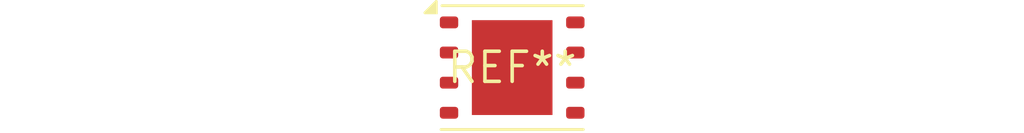
<source format=kicad_pcb>
(kicad_pcb (version 20240108) (generator pcbnew)
  (layers (0 "F.Cu" signal) (31 "B.Cu" signal) (34 "B.Paste" user) (35 "F.Paste" user) (36 "B.SilkS" user "B.Silkscreen") (37 "F.SilkS" user "F.Silkscreen") (38 "B.Mask" user) (39 "F.Mask" user) (44 "Edge.Cuts" user))
  (net 0 "")
  (footprint "WSON-8-1EP_6x5mm_P1.27mm_EP3.4x4mm" (layer "F.Cu") (at 0 0)
    (property "Reference" "REF**")
    (property "Value" "WSON-8-1EP_6x5mm_P1.27mm_EP3.4x4mm")
    (fp_line (start -3 2.61) (end 3 2.61) (layer "F.SilkS") (stroke (width 0.12)))
    (fp_line (start -2.96 -2.61) (end 3 -2.61) (layer "F.SilkS") (stroke (width 0.12)))
    (fp_poly (pts (xy -3.2 -2.31) (xy -3.68 -2.31) (xy -3.2 -2.79) (xy -3.2 -2.31)) (layer "F.SilkS") (stroke (width 0.12)) (fill solid))
    (pad "1" smd roundrect (at -2.6625 -1.905) (size 0.775 0.5) (layers "F.Cu" "F.Paste" "F.Mask"))
    (pad "2" smd roundrect (at -2.6625 -0.635) (size 0.775 0.5) (layers "F.Cu" "F.Paste" "F.Mask"))
    (pad "3" smd roundrect (at -2.6625 0.635) (size 0.775 0.5) (layers "F.Cu" "F.Paste" "F.Mask"))
    (pad "4" smd roundrect (at -2.6625 1.905) (size 0.775 0.5) (layers "F.Cu" "F.Paste" "F.Mask"))
    (pad "5" smd roundrect (at 2.6625 1.905) (size 0.775 0.5) (layers "F.Cu" "F.Paste" "F.Mask"))
    (pad "6" smd roundrect (at 2.6625 0.635) (size 0.775 0.5) (layers "F.Cu" "F.Paste" "F.Mask"))
    (pad "7" smd roundrect (at 2.6625 -0.635) (size 0.775 0.5) (layers "F.Cu" "F.Paste" "F.Mask"))
    (pad "8" smd roundrect (at 2.6625 -1.905) (size 0.775 0.5) (layers "F.Cu" "F.Paste" "F.Mask"))
    (pad "9" smd rect (at 0 0) (size 3.4 4) (property pad_prop_heatsink) (layers "F.Cu" "F.Mask"))
  )
)
</source>
